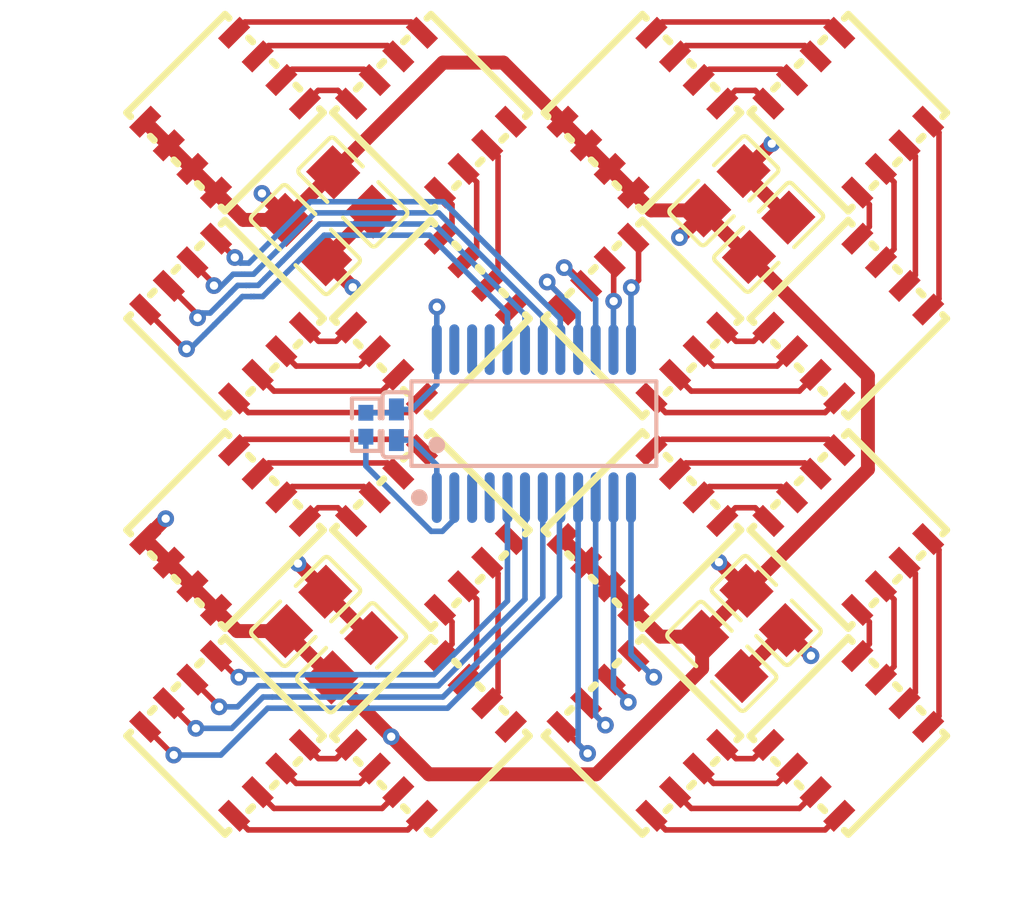
<source format=kicad_pcb>
(kicad_pcb (version 20241229) (generator "pcbnew") (generator_version "9.0")
  (layers (0 "F.Cu" signal) (2 "B.Cu" signal) (13 "F.Paste" user) (15 "B.Paste" user) (5 "F.SilkS" user "F.Silkscreen") (7 "B.SilkS" user "B.Silkscreen") (1 "F.Mask" user) (3 "B.Mask" user) (25 "Edge.Cuts" user))
  (net 0 "")
  (net 1 "-red-1")
  (net 2 "hv")
  (net 3 "rows[0].pixels[1]-cold_white-1")
  (net 4 "GCLK")
  (net 5 "rows[1].pixels[1]-green-2")
  (net 6 "-cold_white-1")
  (net 7 "rows[0].pixels[1]-red-2")
  (net 8 "rows[1].pixels[0]-green-0")
  (net 9 "rows[1].pixels[1]-cold_white-2")
  (net 10 "rows[0].pixels[1]-green-0")
  (net 11 "REXT")
  (net 12 "rows[1].pixels[1]-blue-0")
  (net 13 "rows[1].pixels[1]-cold_white-0")
  (net 14 "rows[1].pixels[1]-red-1")
  (net 15 "rows[0].pixels[0]-red-1")
  (net 16 "rows[1].pixels[1]-green-0")
  (net 17 "rows[0].pixels[1]-blue-1")
  (net 18 "-blue-3")
  (net 19 "rows[1].pixels[0]-cold_white-1")
  (net 20 "rows[0].pixels[0]-cold_white-0")
  (net 21 "rows[0].pixels[1]-cold_white-2")
  (net 22 "rows[0].pixels[1]-cold_white-0")
  (net 23 "rows[0].pixels[0]-blue-0")
  (net 24 "rows[1].pixels[0]-green-1")
  (net 25 "rows[0].pixels[1]-blue-2")
  (net 26 "rows[1].pixels[0]-red-1")
  (net 27 "-green-0")
  (net 28 "-cold_white-0")
  (net 29 "rows[1].pixels[0]-cold_white-2")
  (net 30 "rows[0].pixels[1]-green-2")
  (net 31 "-red-2")
  (net 32 "rows[0].pixels[0]-blue-1")
  (net 33 "rows[0].pixels[0]-red-2")
  (net 34 "rows[1].pixels[0]-blue-0")
  (net 35 "rows[0].pixels[1]-blue-0")
  (net 36 "rows[0].pixels[1]-red-0")
  (net 37 "rows[1].pixels[0]-green-2")
  (net 38 "rows[1].pixels[0]-blue-2")
  (net 39 "-green-1")
  (net 40 "rows[0].pixels[0]-cold_white-2")
  (net 41 "rows[0].pixels[0]-green-2")
  (net 42 "-red-3")
  (net 43 "rows[0].pixels[0]-green-0")
  (net 44 "rows[1].pixels[1]-red-2")
  (net 45 "LE")
  (net 46 "rows[1].pixels[1]-blue-1")
  (net 47 "rows[0].pixels[0]-green-1")
  (net 48 "rows[1].pixels[1]-cold_white-1")
  (net 49 "SDO")
  (net 50 "DCLK")
  (net 51 "SDI")
  (net 52 "rows[1].pixels[1]-blue-2")
  (net 53 "rows[1].pixels[0]-cold_white-0")
  (net 54 "-blue-2")
  (net 55 "rows[1].pixels[0]-red-2")
  (net 56 "-red-0")
  (net 57 "-green-3")
  (net 58 "-green-2")
  (net 59 "rows[0].pixels[0]-red-0")
  (net 60 "-cold_white-3")
  (net 61 "-blue-1")
  (net 62 "-blue-0")
  (net 63 "rows[0].pixels[1]-red-1")
  (net 64 "rows[0].pixels[0]-blue-2")
  (net 65 "rows[1].pixels[0]-red-0")
  (net 66 "anode")
  (net 67 "rows[0].pixels[1]-green-1")
  (net 68 "rows[1].pixels[1]-green-1")
  (net 69 "rows[1].pixels[1]-red-0")
  (net 70 "rows[1].pixels[0]-blue-1")
  (net 71 "-gnd-0")
  (net 72 "-cold_white-2")
  (net 73 "rows[0].pixels[0]-cold_white-1")
  (net 74 "-gnd-1")
  (footprint "HONGLITRONIC_HL_5050RGBW_S1_A27:LED-SMD_8P-L5.0-W5.0-P1.20_HL-5050RGBW-S1-A27" (layer "F.Cu") (at 18.8 26.2 135)
    (property "Reference" "LED16" (hide yes))
    (property "Value" "")
  )
  (footprint "HONGLITRONIC_HL_5050RGBW_S1_A27:LED-SMD_8P-L5.0-W5.0-P1.20_HL-5050RGBW-S1-A27" (layer "F.Cu") (at 3.8 3.8 45)
    (property "Reference" "LED1" (hide yes))
    (property "Value" "")
  )
  (footprint "Samsung_Electro_Mechanics_CL21A106KAYNNNE:C0805" (layer "F.Cu") (at 8.393293 6.650429 -45)
    (property "Reference" "C2" (hide yes))
    (property "Value" "10µF ±10% 25V X5R")
  )
  (footprint "Samsung_Electro_Mechanics_CL21A106KAYNNNE:C0805" (layer "F.Cu") (at 21.727718 6.604907 45)
    (property "Reference" "C8" (hide yes))
    (property "Value" "10µF ±10% 25V X5R")
  )
  (footprint "HONGLITRONIC_HL_5050RGBW_S1_A27:LED-SMD_8P-L5.0-W5.0-P1.20_HL-5050RGBW-S1-A27" (layer "F.Cu") (at 3.8 11.2 135)
    (property "Reference" "LED4" (hide yes))
    (property "Value" "")
  )
  (footprint "ATOPILE_PIXEL15:pixel15" (layer "F.Cu") (at 15 0 0)
    (property "Reference" "U3" (hide yes))
    (property "Value" "" (hide yes))
  )
  (footprint "Samsung_Electro_Mechanics_CL21A106KAYNNNE:C0805" (layer "F.Cu") (at 8.347371 23.391186 45)
    (property "Reference" "C6" (hide yes))
    (property "Value" "10µF ±10% 25V X5R")
  )
  (footprint "HONGLITRONIC_HL_5050RGBW_S1_A27:LED-SMD_8P-L5.0-W5.0-P1.20_HL-5050RGBW-S1-A27" (layer "F.Cu") (at 26.2 26.2 -135)
    (property "Reference" "LED15" (hide yes))
    (property "Value" "")
  )
  (footprint "HONGLITRONIC_HL_5050RGBW_S1_A27:LED-SMD_8P-L5.0-W5.0-P1.20_HL-5050RGBW-S1-A27" (layer "F.Cu") (at 11.2 26.2 -135)
    (property "Reference" "LED11" (hide yes))
    (property "Value" "")
  )
  (footprint "Samsung_Electro_Mechanics_CL21A106KAYNNNE:C0805" (layer "F.Cu") (at 23.337035 8.277504 45)
    (property "Reference" "C4" (hide yes))
    (property "Value" "10µF ±10% 25V X5R")
  )
  (footprint "Samsung_Electro_Mechanics_CL21A106KAYNNNE:C0805" (layer "F.Cu") (at 6.687838 8.361127 -45)
    (property "Reference" "C1" (hide yes))
    (property "Value" "10µF ±10% 25V X5R")
  )
  (footprint "HONGLITRONIC_HL_5050RGBW_S1_A27:LED-SMD_8P-L5.0-W5.0-P1.20_HL-5050RGBW-S1-A27" (layer "F.Cu") (at 26.2 3.8 -45)
    (property "Reference" "LED6" (hide yes))
    (property "Value" "")
  )
  (footprint "ATOPILE_PIXEL15:pixel15" (layer "F.Cu") (at 0 0 0)
    (property "Reference" "U2" (hide yes))
    (property "Value" "" (hide yes))
  )
  (footprint "HONGLITRONIC_HL_5050RGBW_S1_A27:LED-SMD_8P-L5.0-W5.0-P1.20_HL-5050RGBW-S1-A27" (layer "F.Cu") (at 11.2 3.8 -45)
    (property "Reference" "LED2" (hide yes))
    (property "Value" "")
  )
  (footprint "HONGLITRONIC_HL_5050RGBW_S1_A27:LED-SMD_8P-L5.0-W5.0-P1.20_HL-5050RGBW-S1-A27" (layer "F.Cu") (at 18.8 3.8 45)
    (property "Reference" "LED5" (hide yes))
    (property "Value" "")
  )
  (footprint "HONGLITRONIC_HL_5050RGBW_S1_A27:LED-SMD_8P-L5.0-W5.0-P1.20_HL-5050RGBW-S1-A27" (layer "F.Cu") (at 26.2 11.2 -135)
    (property "Reference" "LED7" (hide yes))
    (property "Value" "")
  )
  (footprint "Samsung_Electro_Mechanics_CL21A106KAYNNNE:C0805" (layer "F.Cu") (at 23.249263 21.690788 -45)
    (property "Reference" "C7" (hide yes))
    (property "Value" "10µF ±10% 25V X5R")
  )
  (footprint "HONGLITRONIC_HL_5050RGBW_S1_A27:LED-SMD_8P-L5.0-W5.0-P1.20_HL-5050RGBW-S1-A27" (layer "F.Cu") (at 18.8 18.8 45)
    (property "Reference" "LED13" (hide yes))
    (property "Value" "")
  )
  (footprint "ATOPILE_PIXEL15:pixel15" (layer "F.Cu") (at 0 15 0)
    (property "Reference" "U4" (hide yes))
    (property "Value" "" (hide yes))
  )
  (footprint "HONGLITRONIC_HL_5050RGBW_S1_A27:LED-SMD_8P-L5.0-W5.0-P1.20_HL-5050RGBW-S1-A27" (layer "F.Cu") (at 3.8 26.2 135)
    (property "Reference" "LED12" (hide yes))
    (property "Value" "")
  )
  (footprint "ATOPILE_PIXEL15:pixel15" (layer "F.Cu") (at 15 15 0)
    (property "Reference" "U5" (hide yes))
    (property "Value" "" (hide yes))
  )
  (footprint "HONGLITRONIC_HL_5050RGBW_S1_A27:LED-SMD_8P-L5.0-W5.0-P1.20_HL-5050RGBW-S1-A27" (layer "F.Cu") (at 18.8 11.2 135)
    (property "Reference" "LED8" (hide yes))
    (property "Value" "")
  )
  (footprint "Samsung_Electro_Mechanics_CL21A106KAYNNNE:C0805" (layer "F.Cu") (at 6.696418 21.725341 45)
    (property "Reference" "C3" (hide yes))
    (property "Value" "10µF ±10% 25V X5R")
  )
  (footprint "Samsung_Electro_Mechanics_CL21A106KAYNNNE:C0805" (layer "F.Cu") (at 21.653067 23.340088 -45)
    (property "Reference" "C5" (hide yes))
    (property "Value" "10µF ±10% 25V X5R")
  )
  (footprint "HONGLITRONIC_HL_5050RGBW_S1_A27:LED-SMD_8P-L5.0-W5.0-P1.20_HL-5050RGBW-S1-A27" (layer "F.Cu") (at 26.2 18.8 -45)
    (property "Reference" "LED14" (hide yes))
    (property "Value" "")
  )
  (footprint "HONGLITRONIC_HL_5050RGBW_S1_A27:LED-SMD_8P-L5.0-W5.0-P1.20_HL-5050RGBW-S1-A27" (layer "F.Cu") (at 11.2 18.8 -45)
    (property "Reference" "LED10" (hide yes))
    (property "Value" "")
  )
  (footprint "HONGLITRONIC_HL_5050RGBW_S1_A27:LED-SMD_8P-L5.0-W5.0-P1.20_HL-5050RGBW-S1-A27" (layer "F.Cu") (at 3.8 18.8 45)
    (property "Reference" "LED9" (hide yes))
    (property "Value" "")
  )
  (footprint "HONGLITRONIC_HL_5050RGBW_S1_A27:LED-SMD_8P-L5.0-W5.0-P1.20_HL-5050RGBW-S1-A27" (layer "F.Cu") (at 11.2 11.2 -135)
    (property "Reference" "LED3" (hide yes))
    (property "Value" "")
  )
  (footprint "Samsung_Electro_Mechanics_CL05B104KO5NNNC:C0402" (layer "B.Cu") (at 9.959782 15.016143 90)
    (property "Reference" "C9" (hide yes))
    (property "Value" "100nF ±10% 16V X7R")
  )
  (footprint "MBI_MBI5043GP_A:SSOP-24_L8.8-W4.0-P0.64-LS6.2-BL" (layer "B.Cu") (at 14.899782 14.976143 0)
    (property "Reference" "U1" (hide yes))
    (property "Value" "")
  )
  (footprint "VO_SCR0402F309R:R0402" (layer "B.Cu") (at 8.859782 15.016143 90)
    (property "Reference" "R1" (hide yes))
    (property "Value" "309Ω ±1% 62.5mW")
  )
  (via (at 4.149945 9.005363) (size 0.6) (drill 0.3) (layers "F.Cu" "B.Cu") (net 1))
  (via (at 16.830645 26.828464) (size 0.6) (drill 0.3) (layers "F.Cu" "B.Cu") (net 6))
  (via (at 15.988798 9.369161) (size 0.6) (drill 0.3) (layers "F.Cu" "B.Cu") (net 18))
  (via (at 3.586049 25.154513) (size 0.6) (drill 0.3) (layers "F.Cu" "B.Cu") (net 27))
  (via (at 2.415383 12.289009) (size 0.6) (drill 0.3) (layers "F.Cu" "B.Cu") (net 28))
  (via (at 18.400006 10.08633) (size 0.6) (drill 0.3) (layers "F.Cu" "B.Cu") (net 31))
  (via (at 3.40135 10.014983) (size 0.6) (drill 0.3) (layers "F.Cu" "B.Cu") (net 39))
  (via (at 19.207691 24.089669) (size 0.6) (drill 0.3) (layers "F.Cu" "B.Cu") (net 42))
  (via (at 2.812345 11.171087) (size 0.6) (drill 0.3) (layers "F.Cu" "B.Cu") (net 54))
  (via (at 4.296115 24.089414) (size 0.6) (drill 0.3) (layers "F.Cu" "B.Cu") (net 56))
  (via (at 18.292544 24.990649) (size 0.6) (drill 0.3) (layers "F.Cu" "B.Cu") (net 57))
  (via (at 17.766584 10.574983) (size 0.6) (drill 0.3) (layers "F.Cu" "B.Cu") (net 58))
  (via (at 15.378101 9.885933) (size 0.6) (drill 0.3) (layers "F.Cu" "B.Cu") (net 60))
  (via (at 2.750677 25.927232) (size 0.6) (drill 0.3) (layers "F.Cu" "B.Cu") (net 61))
  (via (at 17.471096 25.812097) (size 0.6) (drill 0.3) (layers "F.Cu" "B.Cu") (net 62))
  (via (at 9.770985 26.229015) (size 0.6) (drill 0.3) (layers "F.Cu" "B.Cu") (net 66))
  (via (at 1.666618 18.392024) (size 0.6) (drill 0.3) (layers "F.Cu" "B.Cu") (net 66))
  (via (at 21.550504 19.955927) (size 0.6) (drill 0.3) (layers "F.Cu" "B.Cu") (net 66))
  (via (at 20.132682 8.29062) (size 0.6) (drill 0.3) (layers "F.Cu" "B.Cu") (net 66))
  (via (at 5.126177 6.701378) (size 0.6) (drill 0.3) (layers "F.Cu" "B.Cu") (net 66))
  (via (at 24.858515 23.318553) (size 0.6) (drill 0.3) (layers "F.Cu" "B.Cu") (net 71))
  (via (at 8.390329 10.076057) (size 0.6) (drill 0.3) (layers "F.Cu" "B.Cu") (net 71))
  (via (at 6.422631 20.003316) (size 0.6) (drill 0.3) (layers "F.Cu" "B.Cu") (net 71))
  (via (at 11.414173 10.780897) (size 0.6) (drill 0.3) (layers "F.Cu" "B.Cu") (net 71))
  (via (at 23.450784 4.913772) (size 0.6) (drill 0.3) (layers "F.Cu" "B.Cu") (net 71))
  (via (at 1.957074 26.887909) (size 0.6) (drill 0.3) (layers "F.Cu" "B.Cu") (net 72))
  (segment (start 4.149945 9.00436) (end 3.758281 8.612696) (width 0.2) (net 1) (layer "F.Cu"))
  (segment (start 4.149945 9.005363) (end 4.149945 9.00436) (width 0.2) (net 1) (layer "F.Cu"))
  (segment (start 15.849782 12.316143) (end 15.849782 11.206143) (width 0.2) (net 1) (layer "B.Cu"))
  (segment (start 4.657426 9.204363) (end 4.348945 9.204363) (width 0.2) (net 1) (layer "B.Cu"))
  (segment (start 4.348945 9.204363) (end 4.149945 9.005363) (width 0.2) (net 1) (layer "B.Cu"))
  (segment (start 15.849782 11.206143) (end 11.643639 7) (width 0.2) (net 1) (layer "B.Cu"))
  (segment (start 11.643639 7) (end 6.861789 7) (width 0.2) (net 1) (layer "B.Cu"))
  (segment (start 6.861789 7) (end 4.657426 9.204363) (width 0.2) (net 1) (layer "B.Cu"))
  (segment (start 11.409782 17.636143) (end 11.409782 16.466143) (width 0.2) (net 2) (layer "B.Cu"))
  (segment (start 11.409782 16.466143) (end 10.509782 15.566143) (width 0.2) (net 2) (layer "B.Cu"))
  (segment (start 10.509782 15.566143) (end 9.959782 15.566143) (width 0.2) (net 2) (layer "B.Cu"))
  (segment (start 29.070854 10.874731) (end 29.459763 10.485822) (width 0.2) (net 3) (layer "F.Cu"))
  (segment (start 29.459763 10.485822) (end 29.459763 4.514178) (width 0.2) (net 3) (layer "F.Cu"))
  (segment (start 29.459763 4.514178) (end 29.070854 4.125269) (width 0.2) (net 3) (layer "F.Cu"))
  (segment (start 20.822325 27.373797) (end 21.355299 27.906771) (width 0.2) (net 5) (layer "F.Cu"))
  (segment (start 21.355299 27.906771) (end 23.644701 27.906771) (width 0.2) (net 5) (layer "F.Cu"))
  (segment (start 23.644701 27.906771) (end 24.177675 27.373797) (width 0.2) (net 5) (layer "F.Cu"))
  (segment (start 15.929146 25.874731) (end 15.929146 25.926965) (width 0.2) (net 6) (layer "F.Cu"))
  (segment (start 15.929146 25.926965) (end 16.830645 26.828464) (width 0.2) (net 6) (layer "F.Cu"))
  (segment (start 16.489782 17.636143) (end 16.489782 26.487601) (width 0.2) (net 6) (layer "B.Cu"))
  (segment (start 16.489782 26.487601) (end 16.830645 26.828464) (width 0.2) (net 6) (layer "B.Cu"))
  (segment (start 22.16288 12.017295) (end 21.670854 11.525269) (width 0.2) (net 7) (layer "F.Cu"))
  (segment (start 22.792799 12.017295) (end 22.16288 12.017295) (width 0.2) (net 7) (layer "F.Cu"))
  (segment (start 23.329146 11.525269) (end 23.292612 11.561803) (width 0.2) (net 7) (layer "F.Cu"))
  (segment (start 23.292612 11.561803) (end 23.248291 11.561803) (width 0.2) (net 7) (layer "F.Cu"))
  (segment (start 23.248291 11.561803) (end 22.792799 12.017295) (width 0.2) (net 7) (layer "F.Cu"))
  (segment (start 6.211234 17.237294) (end 8.788766 17.237294) (width 0.2) (net 8) (layer "F.Cu"))
  (segment (start 8.788766 17.237294) (end 9.177675 17.626203) (width 0.2) (net 8) (layer "F.Cu"))
  (segment (start 5.822325 17.626203) (end 6.211234 17.237294) (width 0.2) (net 8) (layer "F.Cu"))
  (segment (start 19.632845 29.57843) (end 25.367155 29.57843) (width 0.2) (net 9) (layer "F.Cu"))
  (segment (start 19.125269 29.070854) (end 19.632845 29.57843) (width 0.2) (net 9) (layer "F.Cu"))
  (segment (start 25.367155 29.57843) (end 25.874731 29.070854) (width 0.2) (net 9) (layer "F.Cu"))
  (segment (start 21.211234 2.237294) (end 23.788766 2.237294) (width 0.2) (net 10) (layer "F.Cu"))
  (segment (start 23.788766 2.237294) (end 24.177675 2.626203) (width 0.2) (net 10) (layer "F.Cu"))
  (segment (start 20.822325 2.626203) (end 21.211234 2.237294) (width 0.2) (net 10) (layer "F.Cu"))
  (segment (start 12.039782 18.41638) (end 12.039782 17.636143) (width 0.2) (net 11) (layer "B.Cu"))
  (segment (start 11.609019 18.847143) (end 12.039782 18.41638) (width 0.2) (net 11) (layer "B.Cu"))
  (segment (start 8.859782 16.49638) (end 11.210545 18.847143) (width 0.2) (net 11) (layer "B.Cu"))
  (segment (start 11.210545 18.847143) (end 11.609019 18.847143) (width 0.2) (net 11) (layer "B.Cu"))
  (segment (start 8.859782 15.446143) (end 8.859782 16.49638) (width 0.2) (net 11) (layer "B.Cu"))
  (segment (start 20.362706 16.388766) (end 24.637294 16.388766) (width 0.2) (net 12) (layer "F.Cu"))
  (segment (start 24.637294 16.388766) (end 25.026203 16.777675) (width 0.2) (net 12) (layer "F.Cu"))
  (segment (start 19.973797 16.777675) (end 20.362706 16.388766) (width 0.2) (net 12) (layer "F.Cu"))
  (segment (start 25.874731 15.929146) (end 25.485822 15.540237) (width 0.2) (net 13) (layer "F.Cu"))
  (segment (start 19.514178 15.540237) (end 19.125269 15.929146) (width 0.2) (net 13) (layer "F.Cu"))
  (segment (start 25.485822 15.540237) (end 19.514178 15.540237) (width 0.2) (net 13) (layer "F.Cu"))
  (segment (start 26.956542 22.102127) (end 26.956542 22.897873) (width 0.2) (net 14) (layer "F.Cu"))
  (segment (start 26.525269 21.670854) (end 26.956542 22.102127) (width 0.2) (net 14) (layer "F.Cu"))
  (segment (start 26.956542 22.897873) (end 26.525269 23.329146) (width 0.2) (net 14) (layer "F.Cu"))
  (segment (start 11.956542 7.102127) (end 11.956542 7.897873) (width 0.2) (net 15) (layer "F.Cu"))
  (segment (start 11.956542 7.897873) (end 11.525269 8.329146) (width 0.2) (net 15) (layer "F.Cu"))
  (segment (start 11.525269 6.670854) (end 11.956542 7.102127) (width 0.2) (net 15) (layer "F.Cu"))
  (segment (start 21.211234 17.237294) (end 23.788766 17.237294) (width 0.2) (net 16) (layer "F.Cu"))
  (segment (start 23.788766 17.237294) (end 24.177675 17.626203) (width 0.2) (net 16) (layer "F.Cu"))
  (segment (start 20.822325 17.626203) (end 21.211234 17.237294) (width 0.2) (net 16) (layer "F.Cu"))
  (segment (start 28.222325 4.973797) (end 28.611234 5.362706) (width 0.2) (net 17) (layer "F.Cu"))
  (segment (start 28.611234 5.362706) (end 28.611234 9.637294) (width 0.2) (net 17) (layer "F.Cu"))
  (segment (start 28.611234 9.637294) (end 28.222325 10.026203) (width 0.2) (net 17) (layer "F.Cu"))
  (segment (start 15.988798 9.369161) (end 16.120633 9.369161) (width 0.2) (net 18) (layer "F.Cu"))
  (segment (start 16.120633 9.369161) (end 16.777675 10.026203) (width 0.2) (net 18) (layer "F.Cu"))
  (segment (start 15.988798 9.369161) (end 17.119782 10.500145) (width 0.2) (net 18) (layer "B.Cu"))
  (segment (start 17.119782 10.500145) (end 17.119782 12.316143) (width 0.2) (net 18) (layer "B.Cu"))
  (segment (start 4.514178 0.540237) (end 4.125269 0.929146) (width 0.2) (net 20) (layer "F.Cu"))
  (segment (start 10.485822 0.540237) (end 4.514178 0.540237) (width 0.2) (net 20) (layer "F.Cu"))
  (segment (start 10.874731 0.929146) (end 10.485822 0.540237) (width 0.2) (net 20) (layer "F.Cu"))
  (segment (start 19.125269 14.070854) (end 19.632845 14.57843) (width 0.2) (net 21) (layer "F.Cu"))
  (segment (start 19.632845 14.57843) (end 25.367155 14.57843) (width 0.2) (net 21) (layer "F.Cu"))
  (segment (start 25.367155 14.57843) (end 25.874731 14.070854) (width 0.2) (net 21) (layer "F.Cu"))
  (segment (start 25.485822 0.540237) (end 19.514178 0.540237) (width 0.2) (net 22) (layer "F.Cu"))
  (segment (start 25.874731 0.929146) (end 25.485822 0.540237) (width 0.2) (net 22) (layer "F.Cu"))
  (segment (start 19.514178 0.540237) (end 19.125269 0.929146) (width 0.2) (net 22) (layer "F.Cu"))
  (segment (start 9.637294 1.388766) (end 10.026203 1.777675) (width 0.2) (net 23) (layer "F.Cu"))
  (segment (start 4.973797 1.777675) (end 5.362706 1.388766) (width 0.2) (net 23) (layer "F.Cu"))
  (segment (start 5.362706 1.388766) (end 9.637294 1.388766) (width 0.2) (net 23) (layer "F.Cu"))
  (segment (start 12.84312 21.291648) (end 12.84312 23.708352) (width 0.2) (net 24) (layer "F.Cu"))
  (segment (start 12.373797 20.822325) (end 12.84312 21.291648) (width 0.2) (net 24) (layer "F.Cu"))
  (segment (start 12.84312 23.708352) (end 12.373797 24.177675) (width 0.2) (net 24) (layer "F.Cu"))
  (segment (start 25.026203 13.222325) (end 24.442447 13.806081) (width 0.2) (net 25) (layer "F.Cu"))
  (segment (start 20.557553 13.806081) (end 19.973797 13.222325) (width 0.2) (net 25) (layer "F.Cu"))
  (segment (start 24.442447 13.806081) (end 20.557553 13.806081) (width 0.2) (net 25) (layer "F.Cu"))
  (segment (start 11.956542 22.897873) (end 11.525269 23.329146) (width 0.2) (net 26) (layer "F.Cu"))
  (segment (start 11.525269 21.670854) (end 11.956542 22.102127) (width 0.2) (net 26) (layer "F.Cu"))
  (segment (start 11.956542 22.102127) (end 11.956542 22.897873) (width 0.2) (net 26) (layer "F.Cu"))
  (segment (start 3.586049 25.137521) (end 2.626203 24.177675) (width 0.2) (net 27) (layer "F.Cu"))
  (segment (start 3.586049 25.154513) (end 3.586049 25.137521) (width 0.2) (net 27) (layer "F.Cu"))
  (segment (start 14.579782 17.636143) (end 14.579782 21.286018) (width 0.2) (net 27) (layer "B.Cu"))
  (segment (start 11.4648 24.401) (end 9.4983 24.401) (width 0.2) (net 27) (layer "B.Cu"))
  (segment (start 14.579782 21.286018) (end 11.4648 24.401) (width 0.2) (net 27) (layer "B.Cu"))
  (segment (start 9.1661 24.401) (end 5.6644 24.401) (width 0.2) (net 27) (layer "B.Cu"))
  (segment (start 4.246487 25.154513) (end 3.586049 25.154513) (width 0.2) (net 27) (layer "B.Cu"))
  (segment (start 9.4983 24.401) (end 9.1661 24.401) (width 0.2) (net 27) (layer "B.Cu"))
  (segment (start 5 24.401) (end 4.7651 24.6359) (width 0.2) (net 27) (layer "B.Cu"))
  (segment (start 4.5302 24.8708) (end 4.246487 25.154513) (width 0.2) (net 27) (layer "B.Cu"))
  (segment (start 5.6644 24.401) (end 5.3322 24.401) (width 0.2) (net 27) (layer "B.Cu"))
  (segment (start 5.3322 24.401) (end 5 24.401) (width 0.2) (net 27) (layer "B.Cu"))
  (segment (start 4.7651 24.6359) (end 4.5302 24.8708) (width 0.2) (net 27) (layer "B.Cu"))
  (segment (start 2.343424 12.289009) (end 0.929146 10.874731) (width 0.2) (net 28) (layer "F.Cu"))
  (segment (start 2.415383 12.289009) (end 2.343424 12.289009) (width 0.2) (net 28) (layer "F.Cu"))
  (segment (start 5.155726 10.407363) (end 5.390626 10.172463) (width 0.2) (net 28) (layer "B.Cu"))
  (segment (start 13.950236 11.205689) (end 13.949782 11.206143) (width 0.2) (net 28) (layer "B.Cu"))
  (segment (start 4.731088 10.408363) (end 4.732088 10.407363) (width 0.2) (net 28) (layer "B.Cu"))
  (segment (start 4.732088 10.407363) (end 4.823526 10.407363) (width 0.2) (net 28) (layer "B.Cu"))
  (segment (start 3.816393 11.016983) (end 4.051293 10.782083) (width 0.2) (net 28) (layer "B.Cu"))
  (segment (start 5.625526 9.937563) (end 5.860426 9.702663) (width 0.2) (net 28) (layer "B.Cu"))
  (segment (start 11.145339 8.203) (end 13.950236 11.007897) (width 0.2) (net 28) (layer "B.Cu"))
  (segment (start 3.413345 11.418617) (end 3.430962 11.401) (width 0.2) (net 28) (layer "B.Cu"))
  (segment (start 7.360089 8.203) (end 11.145339 8.203) (width 0.2) (net 28) (layer "B.Cu"))
  (segment (start 3.061288 11.772087) (end 3.413345 11.42003) (width 0.2) (net 28) (layer "B.Cu"))
  (segment (start 2.415383 12.289009) (end 2.542953 12.289009) (width 0.2) (net 28) (layer "B.Cu"))
  (segment (start 5.860426 9.702663) (end 6.036106 9.526983) (width 0.2) (net 28) (layer "B.Cu"))
  (segment (start 4.16845 10.664926) (end 4.40335 10.430026) (width 0.2) (net 28) (layer "B.Cu"))
  (segment (start 4.40335 10.428612) (end 4.423599 10.408363) (width 0.2) (net 28) (layer "B.Cu"))
  (segment (start 4.423599 10.408363) (end 4.731088 10.408363) (width 0.2) (net 28) (layer "B.Cu"))
  (segment (start 3.814979 11.016983) (end 3.816393 11.016983) (width 0.2) (net 28) (layer "B.Cu"))
  (segment (start 6.271006 9.292083) (end 6.505906 9.057183) (width 0.2) (net 28) (layer "B.Cu"))
  (segment (start 4.40335 10.430026) (end 4.40335 10.428612) (width 0.2) (net 28) (layer "B.Cu"))
  (segment (start 4.823526 10.407363) (end 4.847245 10.407363) (width 0.2) (net 28) (layer "B.Cu"))
  (segment (start 3.430962 11.401) (end 3.665862 11.1661) (width 0.2) (net 28) (layer "B.Cu"))
  (segment (start 2.606737 12.225225) (end 2.542953 12.289009) (width 0.2) (net 28) (layer "B.Cu"))
  (segment (start 4.051293 10.782083) (end 4.16845 10.664926) (width 0.2) (net 28) (layer "B.Cu"))
  (segment (start 3.413345 11.42003) (end 3.413345 11.418617) (width 0.2) (net 28) (layer "B.Cu"))
  (segment (start 4.847245 10.407363) (end 5.155726 10.407363) (width 0.2) (net 28) (layer "B.Cu"))
  (segment (start 5.390626 10.172463) (end 5.625526 9.937563) (width 0.2) (net 28) (layer "B.Cu"))
  (segment (start 3.059875 11.772087) (end 3.061288 11.772087) (width 0.2) (net 28) (layer "B.Cu"))
  (segment (start 6.505906 9.057183) (end 7.360089 8.203) (width 0.2) (net 28) (layer "B.Cu"))
  (segment (start 13.950236 11.007897) (end 13.950236 11.205689) (width 0.2) (net 28) (layer "B.Cu"))
  (segment (start 6.036106 9.526983) (end 6.271006 9.292083) (width 0.2) (net 28) (layer "B.Cu"))
  (segment (start 13.949782 11.206143) (end 13.949782 12.316143) (width 0.2) (net 28) (layer "B.Cu"))
  (segment (start 2.542953 12.289009) (end 3.059875 11.772087) (width 0.2) (net 28) (layer "B.Cu"))
  (segment (start 3.665862 11.1661) (end 3.814979 11.016983) (width 0.2) (net 28) (layer "B.Cu"))
  (segment (start 4.632845 29.57843) (end 10.367155 29.57843) (width 0.2) (net 29) (layer "F.Cu"))
  (segment (start 4.125269 29.070854) (end 4.632845 29.57843) (width 0.2) (net 29) (layer "F.Cu"))
  (segment (start 10.367155 29.57843) (end 10.874731 29.070854) (width 0.2) (net 29) (layer "F.Cu"))
  (segment (start 23.644701 12.906771) (end 24.177675 12.373797) (width 0.2) (net 30) (layer "F.Cu"))
  (segment (start 21.355299 12.906771) (end 23.644701 12.906771) (width 0.2) (net 30) (layer "F.Cu"))
  (segment (start 20.822325 12.373797) (end 21.355299 12.906771) (width 0.2) (net 30) (layer "F.Cu"))
  (segment (start 18.400006 10.08633) (end 18.66139 9.824946) (width 0.2) (net 31) (layer "F.Cu"))
  (segment (start 18.66139 9.824946) (end 18.66139 8.762446) (width 0.2) (net 31) (layer "F.Cu"))
  (segment (start 18.389782 10.096554) (end 18.400006 10.08633) (width 0.2) (net 31) (layer "B.Cu"))
  (segment (start 18.389782 12.316143) (end 18.389782 10.096554) (width 0.2) (net 31) (layer "B.Cu"))
  (segment (start 13.611234 5.362706) (end 13.611234 9.637294) (width 0.2) (net 32) (layer "F.Cu"))
  (segment (start 13.222325 4.973797) (end 13.611234 5.362706) (width 0.2) (net 32) (layer "F.Cu"))
  (segment (start 13.611234 9.637294) (end 13.222325 10.026203) (width 0.2) (net 32) (layer "F.Cu"))
  (segment (start 7.16288 12.017295) (end 6.670854 11.525269) (width 0.2) (net 33) (layer "F.Cu"))
  (segment (start 8.329146 11.525269) (end 8.292612 11.561803) (width 0.2) (net 33) (layer "F.Cu"))
  (segment (start 7.792799 12.017295) (end 7.16288 12.017295) (width 0.2) (net 33) (layer "F.Cu"))
  (segment (start 8.248291 11.561803) (end 7.792799 12.017295) (width 0.2) (net 33) (layer "F.Cu"))
  (segment (start 8.292612 11.561803) (end 8.248291 11.561803) (width 0.2) (net 33) (layer "F.Cu"))
  (segment (start 9.637294 16.388766) (end 10.026203 16.777675) (width 0.2) (net 34) (layer "F.Cu"))
  (segment (start 5.362706 16.388766) (end 9.637294 16.388766) (width 0.2) (net 34) (layer "F.Cu"))
  (segment (start 4.973797 16.777675) (end 5.362706 16.388766) (width 0.2) (net 34) (layer "F.Cu"))
  (segment (start 19.973797 1.777675) (end 20.362706 1.388766) (width 0.2) (net 35) (layer "F.Cu"))
  (segment (start 20.362706 1.388766) (end 24.637294 1.388766) (width 0.2) (net 35) (layer "F.Cu"))
  (segment (start 24.637294 1.388766) (end 25.026203 1.777675) (width 0.2) (net 35) (layer "F.Cu"))
  (segment (start 22.146391 2.999194) (end 22.853609 2.999194) (width 0.2) (net 36) (layer "F.Cu"))
  (segment (start 22.853609 2.999194) (end 23.329146 3.474731) (width 0.2) (net 36) (layer "F.Cu"))
  (segment (start 21.670854 3.474731) (end 22.146391 2.999194) (width 0.2) (net 36) (layer "F.Cu"))
  (segment (start 5.822325 27.373797) (end 6.355299 27.906771) (width 0.2) (net 37) (layer "F.Cu"))
  (segment (start 8.644701 27.906771) (end 9.177675 27.373797) (width 0.2) (net 37) (layer "F.Cu"))
  (segment (start 6.355299 27.906771) (end 8.644701 27.906771) (width 0.2) (net 37) (layer "F.Cu"))
  (segment (start 10.026203 28.222325) (end 9.442447 28.806081) (width 0.2) (net 38) (layer "F.Cu"))
  (segment (start 9.442447 28.806081) (end 5.557553 28.806081) (width 0.2) (net 38) (layer "F.Cu"))
  (segment (start 5.557553 28.806081) (end 4.973797 28.222325) (width 0.2) (net 38) (layer "F.Cu"))
  (segment (start 3.40135 9.952822) (end 2.626203 9.177675) (width 0.2) (net 39) (layer "F.Cu"))
  (segment (start 3.40135 10.014983) (end 3.40135 9.952822) (width 0.2) (net 39) (layer "F.Cu"))
  (segment (start 5.058426 9.370463) (end 4.823526 9.605363) (width 0.2) (net 39) (layer "B.Cu"))
  (segment (start 15.219782 12.316143) (end 15.219782 11.143243) (width 0.2) (net 39) (layer "B.Cu"))
  (segment (start 4.515045 9.605363) (end 4.491326 9.605363) (width 0.2) (net 39) (layer "B.Cu"))
  (segment (start 11.477539 7.401) (end 7.027889 7.401) (width 0.2) (net 39) (layer "B.Cu"))
  (segment (start 4.399888 9.605363) (end 4.398888 9.606363) (width 0.2) (net 39) (layer "B.Cu"))
  (segment (start 5.703906 8.724983) (end 5.058426 9.370463) (width 0.2) (net 39) (layer "B.Cu"))
  (segment (start 4.398888 9.606363) (end 4.091399 9.606363) (width 0.2) (net 39) (layer "B.Cu"))
  (segment (start 4.823526 9.605363) (end 4.515045 9.605363) (width 0.2) (net 39) (layer "B.Cu"))
  (segment (start 3.542064 10.155697) (end 3.40135 10.014983) (width 0.2) (net 39) (layer "B.Cu"))
  (segment (start 4.491326 9.605363) (end 4.399888 9.605363) (width 0.2) (net 39) (layer "B.Cu"))
  (segment (start 4.091399 9.606363) (end 3.542064 10.155697) (width 0.2) (net 39) (layer "B.Cu"))
  (segment (start 15.219782 11.143243) (end 11.477539 7.401) (width 0.2) (net 39) (layer "B.Cu"))
  (segment (start 7.027889 7.401) (end 5.703906 8.724983) (width 0.2) (net 39) (layer "B.Cu"))
  (segment (start 4.632845 14.57843) (end 10.367155 14.57843) (width 0.2) (net 40) (layer "F.Cu"))
  (segment (start 10.367155 14.57843) (end 10.874731 14.070854) (width 0.2) (net 40) (layer "F.Cu"))
  (segment (start 4.125269 14.070854) (end 4.632845 14.57843) (width 0.2) (net 40) (layer "F.Cu"))
  (segment (start 6.355299 12.906771) (end 8.644701 12.906771) (width 0.2) (net 41) (layer "F.Cu"))
  (segment (start 8.644701 12.906771) (end 9.177675 12.373797) (width 0.2) (net 41) (layer "F.Cu"))
  (segment (start 5.822325 12.373797) (end 6.355299 12.906771) (width 0.2) (net 41) (layer "F.Cu"))
  (segment (start 18.474731 23.329146) (end 18.474731 23.356709) (width 0.2) (net 42) (layer "F.Cu"))
  (segment (start 18.474731 23.356709) (end 19.207691 24.089669) (width 0.2) (net 42) (layer "F.Cu"))
  (segment (start 19.207691 24.089669) (end 18.389782 23.27176) (width 0.2) (net 42) (layer "B.Cu"))
  (segment (start 18.389782 23.27176) (end 18.389782 17.636143) (width 0.2) (net 42) (layer "B.Cu"))
  (segment (start 5.822325 2.626203) (end 6.211234 2.237294) (width 0.2) (net 43) (layer "F.Cu"))
  (segment (start 8.788766 2.237294) (end 9.177675 2.626203) (width 0.2) (net 43) (layer "F.Cu"))
  (segment (start 6.211234 2.237294) (end 8.788766 2.237294) (width 0.2) (net 43) (layer "F.Cu"))
  (segment (start 22.16288 27.017295) (end 21.670854 26.525269) (width 0.2) (net 44) (layer "F.Cu"))
  (segment (start 23.329146 26.525269) (end 23.292612 26.561803) (width 0.2) (net 44) (layer "F.Cu"))
  (segment (start 23.292612 26.561803) (end 23.248291 26.561803) (width 0.2) (net 44) (layer "F.Cu"))
  (segment (start 23.248291 26.561803) (end 22.792799 27.017295) (width 0.2) (net 44) (layer "F.Cu"))
  (segment (start 22.792799 27.017295) (end 22.16288 27.017295) (width 0.2) (net 44) (layer "F.Cu"))
  (segment (start 28.611234 20.362706) (end 28.611234 24.637294) (width 0.2) (net 46) (layer "F.Cu"))
  (segment (start 28.611234 24.637294) (end 28.222325 25.026203) (width 0.2) (net 46) (layer "F.Cu"))
  (segment (start 28.222325 19.973797) (end 28.611234 20.362706) (width 0.2) (net 46) (layer "F.Cu"))
  (segment (start 12.84312 8.708352) (end 12.373797 9.177675) (width 0.2) (net 47) (layer "F.Cu"))
  (segment (start 12.84312 6.291648) (end 12.84312 8.708352) (width 0.2) (net 47) (layer "F.Cu"))
  (segment (start 12.373797 5.822325) (end 12.84312 6.291648) (width 0.2) (net 47) (layer "F.Cu"))
  (segment (start 29.459763 25.485822) (end 29.459763 19.514178) (width 0.2) (net 48) (layer "F.Cu"))
  (segment (start 29.459763 19.514178) (end 29.070854 19.125269) (width 0.2) (net 48) (layer "F.Cu"))
  (segment (start 29.070854 25.874731) (end 29.459763 25.485822) (width 0.2) (net 48) (layer "F.Cu"))
  (segment (start 24.442447 28.806081) (end 20.557553 28.806081) (width 0.2) (net 52) (layer "F.Cu"))
  (segment (start 20.557553 28.806081) (end 19.973797 28.222325) (width 0.2) (net 52) (layer "F.Cu"))
  (segment (start 25.026203 28.222325) (end 24.442447 28.806081) (width 0.2) (net 52) (layer "F.Cu"))
  (segment (start 4.514178 15.540237) (end 4.125269 15.929146) (width 0.2) (net 53) (layer "F.Cu"))
  (segment (start 10.874731 15.929146) (end 10.485822 15.540237) (width 0.2) (net 53) (layer "F.Cu"))
  (segment (start 10.485822 15.540237) (end 4.514178 15.540237) (width 0.2) (net 53) (layer "F.Cu"))
  (segment (start 2.812345 11.171087) (end 2.812345 11.060873) (width 0.2) (net 54) (layer "F.Cu"))
  (segment (start 2.812345 11.060873) (end 1.777675 10.026203) (width 0.2) (net 54) (layer "F.Cu"))
  (segment (start 3.648879 10.615983) (end 3.264862 11) (width 0.2) (net 54) (layer "B.Cu"))
  (segment (start 4.257499 10.007363) (end 4.230988 10.033874) (width 0.2) (net 54) (layer "B.Cu"))
  (segment (start 4.00235 10.263926) (end 3.650293 10.615983) (width 0.2) (net 54) (layer "B.Cu"))
  (segment (start 14.579782 12.316143) (end 14.579782 11.070343) (width 0.2) (net 54) (layer "B.Cu"))
  (segment (start 4.00235 10.262512) (end 4.00235 10.263926) (width 0.2) (net 54) (layer "B.Cu"))
  (segment (start 3.264862 11) (end 2.983432 11) (width 0.2) (net 54) (layer "B.Cu"))
  (segment (start 3.650293 10.615983) (end 3.648879 10.615983) (width 0.2) (net 54) (layer "B.Cu"))
  (segment (start 7.193989 7.802) (end 6.104906 8.891083) (width 0.2) (net 54) (layer "B.Cu"))
  (segment (start 2.983432 11) (end 2.812345 11.171087) (width 0.2) (net 54) (layer "B.Cu"))
  (segment (start 4.564988 10.007363) (end 4.257499 10.007363) (width 0.2) (net 54) (layer "B.Cu"))
  (segment (start 5.224526 9.771463) (end 4.989626 10.006363) (width 0.2) (net 54) (layer "B.Cu"))
  (segment (start 4.565988 10.006363) (end 4.564988 10.007363) (width 0.2) (net 54) (layer "B.Cu"))
  (segment (start 4.681145 10.006363) (end 4.657426 10.006363) (width 0.2) (net 54) (layer "B.Cu"))
  (segment (start 4.230988 10.033874) (end 4.00235 10.262512) (width 0.2) (net 54) (layer "B.Cu"))
  (segment (start 4.989626 10.006363) (end 4.681145 10.006363) (width 0.2) (net 54) (layer "B.Cu"))
  (segment (start 5.459426 9.536563) (end 5.224526 9.771463) (width 0.2) (net 54) (layer "B.Cu"))
  (segment (start 4.657426 10.006363) (end 4.565988 10.006363) (width 0.2) (net 54) (layer "B.Cu"))
  (segment (start 6.104906 8.891083) (end 5.870006 9.125983) (width 0.2) (net 54) (layer "B.Cu"))
  (segment (start 5.870006 9.125983) (end 5.459426 9.536563) (width 0.2) (net 54) (layer "B.Cu"))
  (segment (start 11.311439 7.802) (end 7.193989 7.802) (width 0.2) (net 54) (layer "B.Cu"))
  (segment (start 14.579782 11.070343) (end 11.311439 7.802) (width 0.2) (net 54) (layer "B.Cu"))
  (segment (start 8.329146 26.525269) (end 8.292612 26.561803) (width 0.2) (net 55) (layer "F.Cu"))
  (segment (start 7.16288 27.017295) (end 6.670854 26.525269) (width 0.2) (net 55) (layer "F.Cu"))
  (segment (start 8.292612 26.561803) (end 8.248291 26.561803) (width 0.2) (net 55) (layer "F.Cu"))
  (segment (start 7.792799 27.017295) (end 7.16288 27.017295) (width 0.2) (net 55) (layer "F.Cu"))
  (segment (start 8.248291 26.561803) (end 7.792799 27.017295) (width 0.2) (net 55) (layer "F.Cu"))
  (segment (start 4.234999 24.089414) (end 3.758281 23.612696) (width 0.2) (net 56) (layer "F.Cu"))
  (segment (start 4.296115 24.089414) (end 4.234999 24.089414) (width 0.2) (net 56) (layer "F.Cu"))
  (segment (start 5.4983 24) (end 5.1661 24) (width 0.2) (net 56) (layer "B.Cu"))
  (segment (start 4.385529 24) (end 4.296115 24.089414) (width 0.2) (net 56) (layer "B.Cu"))
  (segment (start 5.8305 24) (end 5.4983 24) (width 0.2) (net 56) (layer "B.Cu"))
  (segment (start 11.2987 24) (end 9.6644 24) (width 0.2) (net 56) (layer "B.Cu"))
  (segment (start 9 24) (end 5.8305 24) (width 0.2) (net 56) (layer "B.Cu"))
  (segment (start 4.8339 24) (end 4.385529 24) (width 0.2) (net 56) (layer "B.Cu"))
  (segment (start 9.3322 24) (end 9 24) (width 0.2) (net 56) (layer "B.Cu"))
  (segment (start 13.949782 17.636143) (end 13.949782 21.348918) (width 0.2) (net 56) (layer "B.Cu"))
  (segment (start 13.949782 21.348918) (end 11.2987 24) (width 0.2) (net 56) (layer "B.Cu"))
  (segment (start 5.1661 24) (end 4.8339 24) (width 0.2) (net 56) (layer "B.Cu"))
  (segment (start 9.6644 24) (end 9.3322 24) (width 0.2) (net 56) (layer "B.Cu"))
  (segment (start 18.292544 24.844016) (end 17.626203 24.177675) (width 0.2) (net 57) (layer "F.Cu"))
  (segment (start 18.292544 24.990649) (end 18.292544 24.844016) (width 0.2) (net 57) (layer "F.Cu"))
  (segment (start 17.759782 17.636143) (end 17.759782 24.457887) (width 0.2) (net 57) (layer "B.Cu"))
  (segment (start 17.759782 24.457887) (end 18.292544 24.990649) (width 0.2) (net 57) (layer "B.Cu"))
  (segment (start 17.766584 10.574983) (end 17.766584 9.318056) (width 0.2) (net 58) (layer "F.Cu"))
  (segment (start 17.766584 9.318056) (end 17.626203 9.177675) (width 0.2) (net 58) (layer "F.Cu"))
  (segment (start 17.759782 12.316143) (end 17.759782 10.581785) (width 0.2) (net 58) (layer "B.Cu"))
  (segment (start 17.759782 10.581785) (end 17.766584 10.574983) (width 0.2) (net 58) (layer "B.Cu"))
  (segment (start 7.146391 2.999194) (end 7.853609 2.999194) (width 0.2) (net 59) (layer "F.Cu"))
  (segment (start 7.853609 2.999194) (end 8.329146 3.474731) (width 0.2) (net 59) (layer "F.Cu"))
  (segment (start 6.670854 3.474731) (end 7.146391 2.999194) (width 0.2) (net 59) (layer "F.Cu"))
  (segment (start 15.929146 10.436978) (end 15.929146 10.874731) (width 0.2) (net 60) (layer "F.Cu"))
  (segment (start 15.378101 9.885933) (end 15.929146 10.436978) (width 0.2) (net 60) (layer "F.Cu"))
  (segment (start 15.378101 9.885933) (end 16.489782 10.997614) (width 0.2) (net 60) (layer "B.Cu"))
  (segment (start 16.489782 10.997614) (end 16.489782 12.316143) (width 0.2) (net 60) (layer "B.Cu"))
  (segment (start 2.750677 25.927232) (end 2.678704 25.927232) (width 0.2) (net 61) (layer "F.Cu"))
  (segment (start 2.678704 25.927232) (end 1.777675 25.026203) (width 0.2) (net 61) (layer "F.Cu"))
  (segment (start 4.040868 25.927232) (end 2.750677 25.927232) (width 0.2) (net 61) (layer "B.Cu"))
  (segment (start 9.3322 24.802) (end 5.4983 24.802) (width 0.2) (net 61) (layer "B.Cu"))
  (segment (start 15.219782 21.213118) (end 11.6309 24.802) (width 0.2) (net 61) (layer "B.Cu"))
  (segment (start 5.4983 24.802) (end 5.1661 24.802) (width 0.2) (net 61) (layer "B.Cu"))
  (segment (start 5.1661 24.802) (end 4.9312 25.0369) (width 0.2) (net 61) (layer "B.Cu"))
  (segment (start 11.6309 24.802) (end 9.3322 24.802) (width 0.2) (net 61) (layer "B.Cu"))
  (segment (start 4.9312 25.0369) (end 4.040868 25.927232) (width 0.2) (net 61) (layer "B.Cu"))
  (segment (start 15.219782 17.636143) (end 15.219782 21.213118) (width 0.2) (net 61) (layer "B.Cu"))
  (segment (start 16.777675 25.026203) (end 16.777675 25.118676) (width 0.2) (net 62) (layer "F.Cu"))
  (segment (start 16.777675 25.118676) (end 17.471096 25.812097) (width 0.2) (net 62) (layer "F.Cu"))
  (segment (start 17.471096 25.812097) (end 17.119782 25.460783) (width 0.2) (net 62) (layer "B.Cu"))
  (segment (start 17.119782 25.460783) (end 17.119782 17.636143) (width 0.2) (net 62) (layer "B.Cu"))
  (segment (start 26.956542 7.897873) (end 26.525269 8.329146) (width 0.2) (net 63) (layer "F.Cu"))
  (segment (start 26.525269 6.670854) (end 26.956542 7.102127) (width 0.2) (net 63) (layer "F.Cu"))
  (segment (start 26.956542 7.102127) (end 26.956542 7.897873) (width 0.2) (net 63) (layer "F.Cu"))
  (segment (start 10.026203 13.222325) (end 9.442447 13.806081) (width 0.2) (net 64) (layer "F.Cu"))
  (segment (start 9.442447 13.806081) (end 5.557553 13.806081) (width 0.2) (net 64) (layer "F.Cu"))
  (segment (start 5.557553 13.806081) (end 4.973797 13.222325) (width 0.2) (net 64) (layer "F.Cu"))
  (segment (start 7.146391 17.999194) (end 7.853609 17.999194) (width 0.2) (net 65) (layer "F.Cu"))
  (segment (start 6.670854 18.474731) (end 7.146391 17.999194) (width 0.2) (net 65) (layer "F.Cu"))
  (segment (start 7.853609 17.999194) (end 8.329146 18.474731) (width 0.2) (net 65) (layer "F.Cu"))
  (segment (start 5.980731 7.65402) (end 5.980731 7.555932) (width 0.5) (net 66) (layer "F.Cu"))
  (segment (start 3.474731 21.670854) (end 0.929146 19.125269) (width 0.2) (net 66) (layer "F.Cu"))
  (segment (start 20.94596 22.632981) (end 20.94596 23.775224) (width 0.5) (net 66) (layer "F.Cu"))
  (segment (start 22.542156 20.947579) (end 21.550504 19.955927) (width 0.5) (net 66) (layer "F.Cu"))
  (segment (start 17.14172 27.579464) (end 11.121435 27.579464) (width 0.5) (net 66) (layer "F.Cu"))
  (segment (start 18.474731 21.670854) (end 15.929146 19.125269) (width 0.2) (net 66) (layer "F.Cu"))
  (segment (start 21.020611 7.312014) (end 19.115891 7.312014) (width 0.5) (net 66) (layer "F.Cu"))
  (segment (start 13.803877 2) (end 11.629508 2) (width 0.5) (net 66) (layer "F.Cu"))
  (segment (start 9.770985 26.229015) (end 7.640264 24.098293) (width 0.5) (net 66) (layer "F.Cu"))
  (segment (start 22.542156 20.983681) (end 22.542156 20.947579) (width 0.5) (net 66) (layer "F.Cu"))
  (segment (start 0.933373 19.125269) (end 1.666618 18.392024) (width 0.5) (net 66) (layer "F.Cu"))
  (segment (start 21.020611 7.312014) (end 21.020611 7.375294) (width 0.5) (net 66) (layer "F.Cu"))
  (segment (start 5.989311 22.432448) (end 5.989311 22.44734) (width 0.5) (net 66) (layer "F.Cu"))
  (segment (start 0.929146 19.125269) (end 0.933373 19.125269) (width 0.5) (net 66) (layer "F.Cu"))
  (segment (start 26.905559 16.620278) (end 22.542156 20.983681) (width 0.5) (net 66) (layer "F.Cu"))
  (segment (start 11.121435 27.579464) (end 9.770985 26.229015) (width 0.5) (net 66) (layer "F.Cu"))
  (segment (start 5.980731 7.555932) (end 5.126177 6.701378) (width 0.5) (net 66) (layer "F.Cu"))
  (segment (start 18.474731 6.670854) (end 15.929146 4.125269) (width 0.2) (net 66) (layer "F.Cu"))
  (segment (start 20.94596 22.579877) (end 22.542156 20.983681) (width 0.5) (net 66) (layer "F.Cu"))
  (segment (start 4.236325 22.432448) (end 0.929146 19.125269) (width 0.5) (net 66) (layer "F.Cu"))
  (segment (start 3.474731 6.670854) (end 1 4.196123) (width 0.2) (net 66) (layer "F.Cu"))
  (segment (start 21.020611 7.312014) (end 21.020611 7.402691) (width 0.5) (net 66) (layer "F.Cu"))
  (segment (start 5.989311 22.44734) (end 7.640264 24.098293) (width 0.5) (net 66) (layer "F.Cu"))
  (segment (start 11.629508 2) (end 7.686186 5.943322) (width 0.5) (net 66) (layer "F.Cu"))
  (segment (start 20.94596 23.775224) (end 17.14172 27.579464) (width 0.5) (net 66) (layer "F.Cu"))
  (segment (start 26.905559 13.260242) (end 26.905559 16.620278) (width 0.5) (net 66) (layer "F.Cu"))
  (segment (start 19.436858 22.632981) (end 15.929146 19.125269) (width 0.5) (net 66) (layer "F.Cu"))
  (segment (start 20.94596 22.632981) (end 20.94596 22.579877) (width 0.5) (net 66) (layer "F.Cu"))
  (segment (start 20.94596 22.632981) (end 19.436858 22.632981) (width 0.5) (net 66) (layer "F.Cu"))
  (segment (start 5.989311 22.432448) (end 4.236325 22.432448) (width 0.5) (net 66) (layer "F.Cu"))
  (segment (start 21.020611 7.375294) (end 22.629928 8.984611) (width 0.5) (net 66) (layer "F.Cu"))
  (segment (start 4.457897 7.65402) (end 1 4.196123) (width 0.5) (net 66) (layer "F.Cu"))
  (segment (start 22.629928 8.984611) (end 26.905559 13.260242) (width 0.5) (net 66) (layer "F.Cu"))
  (segment (start 15.929146 4.125269) (end 13.803877 2) (width 0.5) (net 66) (layer "F.Cu"))
  (segment (start 7.686186 5.943322) (end 7.686186 5.948565) (width 0.5) (net 66) (layer "F.Cu"))
  (segment (start 21.020611 7.402691) (end 20.132682 8.29062) (width 0.5) (net 66) (layer "F.Cu"))
  (segment (start 19.115891 7.312014) (end 15.929146 4.125269) (width 0.5) (net 66) (layer "F.Cu"))
  (segment (start 1 4.196123) (end 0.929146 4.125269) (width 0.2) (net 66) (layer "F.Cu"))
  (segment (start 7.686186 5.948565) (end 5.980731 7.65402) (width 0.5) (net 66) (layer "F.Cu"))
  (segment (start 5.980731 7.65402) (end 4.457897 7.65402) (width 0.5) (net 66) (layer "F.Cu"))
  (segment (start 27.84312 8.708352) (end 27.373797 9.177675) (width 0.2) (net 67) (layer "F.Cu"))
  (segment (start 27.84312 6.291648) (end 27.84312 8.708352) (width 0.2) (net 67) (layer "F.Cu"))
  (segment (start 27.373797 5.822325) (end 27.84312 6.291648) (width 0.2) (net 67) (layer "F.Cu"))
  (segment (start 27.84312 23.708352) (end 27.373797 24.177675) (width 0.2) (net 68) (layer "F.Cu"))
  (segment (start 27.373797 20.822325) (end 27.84312 21.291648) (width 0.2) (net 68) (layer "F.Cu"))
  (segment (start 27.84312 21.291648) (end 27.84312 23.708352) (width 0.2) (net 68) (layer "F.Cu"))
  (segment (start 22.146391 17.999194) (end 22.853609 17.999194) (width 0.2) (net 69) (layer "F.Cu"))
  (segment (start 22.853609 17.999194) (end 23.329146 18.474731) (width 0.2) (net 69) (layer "F.Cu"))
  (segment (start 21.670854 18.474731) (end 22.146391 17.999194) (width 0.2) (net 69) (layer "F.Cu"))
  (segment (start 13.611234 24.637294) (end 13.222325 25.026203) (width 0.2) (net 70) (layer "F.Cu"))
  (segment (start 13.222325 19.973797) (end 13.611234 20.362706) (width 0.2) (net 70) (layer "F.Cu"))
  (segment (start 13.611234 20.362706) (end 13.611234 24.637294) (width 0.2) (net 70) (layer "F.Cu"))
  (segment (start 22.434825 5.8978) (end 22.434825 5.96108) (width 0.5) (net 71) (layer "F.Cu"))
  (segment (start 7.394945 9.068234) (end 7.394945 9.080673) (width 0.5) (net 71) (layer "F.Cu"))
  (segment (start 7.403525 21.033126) (end 9.054478 22.684079) (width 0.5) (net 71) (layer "F.Cu"))
  (segment (start 22.466756 5.8978) (end 23.450784 4.913772) (width 0.5) (net 71) (layer "F.Cu"))
  (segment (start 7.394945 9.062991) (end 9.1004 7.357536) (width 0.5) (net 71) (layer "F.Cu"))
  (segment (start 7.403525 21.018234) (end 7.403525 21.033126) (width 0.5) (net 71) (layer "F.Cu"))
  (segment (start 7.394945 9.068234) (end 7.394945 9.062991) (width 0.5) (net 71) (layer "F.Cu"))
  (segment (start 22.434825 5.96108) (end 24.044142 7.570397) (width 0.5) (net 71) (layer "F.Cu"))
  (segment (start 22.360174 24.047195) (end 22.360174 23.994091) (width 0.5) (net 71) (layer "F.Cu"))
  (segment (start 7.394945 9.080673) (end 8.390329 10.076057) (width 0.5) (net 71) (layer "F.Cu"))
  (segment (start 7.403525 21.018234) (end 7.403525 20.98421) (width 0.5) (net 71) (layer "F.Cu"))
  (segment (start 22.434825 5.8978) (end 22.466756 5.8978) (width 0.5) (net 71) (layer "F.Cu"))
  (segment (start 22.360174 23.994091) (end 23.95637 22.397895) (width 0.5) (net 71) (layer "F.Cu"))
  (segment (start 23.95637 22.416408) (end 24.858515 23.318553) (width 0.5) (net 71) (layer "F.Cu"))
  (segment (start 7.403525 20.98421) (end 6.422631 20.003316) (width 0.5) (net 71) (layer "F.Cu"))
  (segment (start 23.95637 22.397895) (end 23.95637 22.416408) (width 0.5) (net 71) (layer "F.Cu"))
  (segment (start 11.409782 10.785288) (end 11.414173 10.780897) (width 0.2) (net 71) (layer "B.Cu"))
  (segment (start 9.839782 14.586143) (end 9.959782 14.466143) (width 0.2) (net 71) (layer "B.Cu"))
  (segment (start 11.409782 13.566143) (end 10.959782 14.016143) (width 0.2) (net 71) (layer "B.Cu"))
  (segment (start 8.859782 14.586143) (end 9.839782 14.586143) (width 0.2) (net 71) (layer "B.Cu"))
  (segment (start 11.409782 12.316143) (end 11.409782 10.785288) (width 0.2) (net 71) (layer "B.Cu"))
  (segment (start 11.409782 12.316143) (end 11.409782 13.566143) (width 0.2) (net 71) (layer "B.Cu"))
  (segment (start 10.509782 14.466143) (end 9.959782 14.466143) (width 0.2) (net 71) (layer "B.Cu"))
  (segment (start 10.959782 14.016143) (end 10.509782 14.466143) (width 0.2) (net 71) (layer "B.Cu"))
  (segment (start 1.957074 26.887909) (end 1.942324 26.887909) (width 0.2) (net 72) (layer "F.Cu"))
  (segment (start 1.942324 26.887909) (end 0.929146 25.874731) (width 0.2) (net 72) (layer "F.Cu"))
  (segment (start 15.818896 18.447266) (end 15.818896 21.181104) (width 0.2) (net 72) (layer "B.Cu"))
  (segment (start 15.922125 17.636143) (end 15.922125 18.344037) (width 0.2) (net 72) (layer "B.Cu"))
  (segment (start 15.818896 21.181104) (end 11.797 25.203) (width 0.2) (net 72) (layer "B.Cu"))
  (segment (start 11.797 25.203) (end 5.3322 25.203) (width 0.2) (net 72) (layer "B.Cu"))
  (segment (start 5.3322 25.203) (end 3.647291 26.887909) (width 0.2) (net 72) (layer "B.Cu"))
  (segment (start 3.647291 26.887909) (end 1.957074 26.887909) (width 0.2) (net 72) (layer "B.Cu"))
  (segment (start 15.849782 17.636143) (end 15.922125 17.636143) (width 0.2) (net 72) (layer "B.Cu"))
  (segment (start 15.922125 18.344037) (end 15.818896 18.447266) (width 0.2) (net 72) (layer "B.Cu"))
)
</source>
